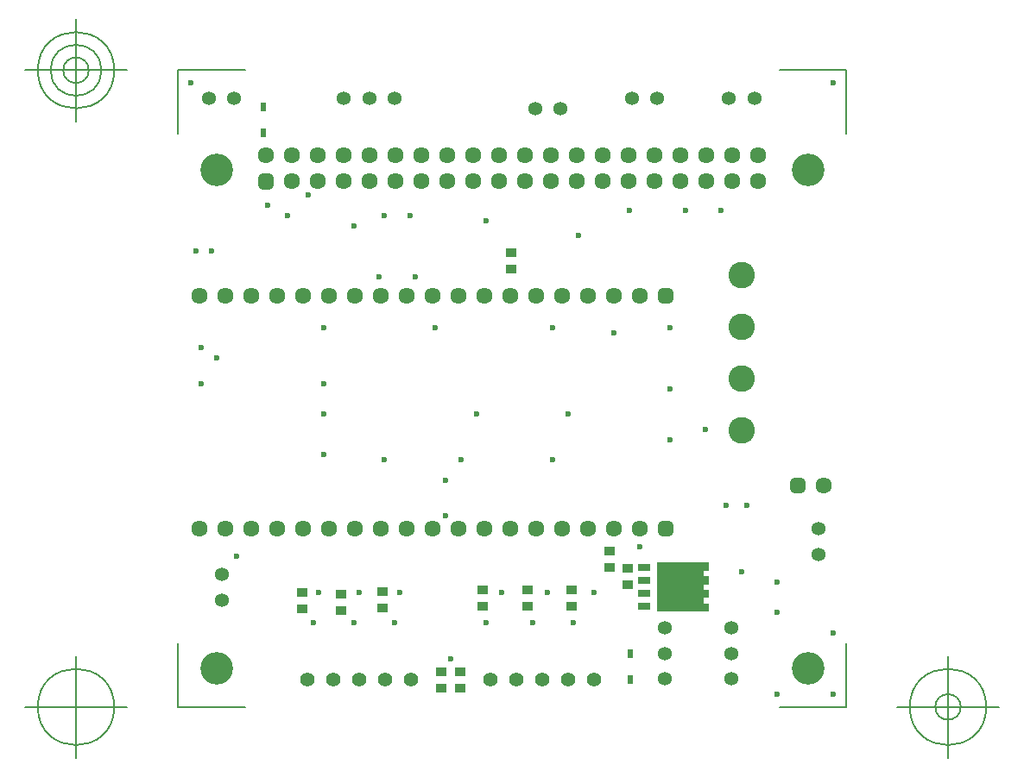
<source format=gbr>
G04 Generated by Ultiboard 14.0 *
%FSLAX34Y34*%
%MOMM*%

%ADD10C,0.0001*%
%ADD11C,0.0010*%
%ADD12C,0.1270*%
%ADD13C,3.2000*%
%ADD14C,1.6088*%
%ADD15R,0.5291X0.5291*%
%ADD16C,0.9949*%
%ADD17C,2.6000*%
%ADD18C,0.6000*%
%ADD19R,0.5000X0.8500*%
%ADD20C,1.3556*%
%ADD21R,1.2000X0.6500*%
%ADD22R,1.0000X0.9500*%
%ADD23C,1.4000*%


G04 ColorRGB 9900CC for the following layer *
%LNSolder Mask Bottom*%
%LPD*%
G54D10*
G54D11*
G36*
X466850Y92070D02*
X466850Y92070D01*
X516850Y92070D01*
X516850Y99070D01*
X511850Y99070D01*
X511850Y105420D01*
X516850Y105420D01*
X516850Y112420D01*
X511850Y112420D01*
X511850Y118720D01*
X516850Y118720D01*
X516850Y125720D01*
X511850Y125720D01*
X511850Y132070D01*
X516850Y132070D01*
X516850Y139070D01*
X466850Y139070D01*
X466850Y92070D01*
D02*
G37*
X516850Y92070D01*
X516850Y99070D01*
X511850Y99070D01*
X511850Y105420D01*
X516850Y105420D01*
X516850Y112420D01*
X511850Y112420D01*
X511850Y118720D01*
X516850Y118720D01*
X516850Y125720D01*
X511850Y125720D01*
X511850Y132070D01*
X516850Y132070D01*
X516850Y139070D01*
X466850Y139070D01*
X466850Y92070D01*
G54D12*
X-2540Y-2540D02*
X-2540Y59968D01*
X-2540Y-2540D02*
X62968Y-2540D01*
X652540Y-2540D02*
X587032Y-2540D01*
X652540Y-2540D02*
X652540Y59968D01*
X652540Y622540D02*
X652540Y560032D01*
X652540Y622540D02*
X587032Y622540D01*
X-2540Y622540D02*
X62968Y622540D01*
X-2540Y622540D02*
X-2540Y560032D01*
X-52540Y-2540D02*
X-152540Y-2540D01*
X-102540Y-52540D02*
X-102540Y47460D01*
X-140040Y-2540D02*
G75*
D01*
G02X-140040Y-2540I37500J0*
G01*
X702540Y-2540D02*
X802540Y-2540D01*
X752540Y-52540D02*
X752540Y47460D01*
X715040Y-2540D02*
G75*
D01*
G02X715040Y-2540I37500J0*
G01*
X740040Y-2540D02*
G75*
D01*
G02X740040Y-2540I12500J0*
G01*
X-52540Y622540D02*
X-152540Y622540D01*
X-102540Y572540D02*
X-102540Y672540D01*
X-140040Y622540D02*
G75*
D01*
G02X-140040Y622540I37500J0*
G01*
X-127540Y622540D02*
G75*
D01*
G02X-127540Y622540I25000J0*
G01*
X-115040Y622540D02*
G75*
D01*
G02X-115040Y622540I12500J0*
G01*
G54D13*
X35000Y35000D03*
X615000Y525000D03*
X35000Y525000D03*
X615000Y35000D03*
G54D14*
X566316Y513316D03*
X566316Y538716D03*
X236116Y513316D03*
X236116Y538716D03*
X83716Y538716D03*
X159916Y513316D03*
X159916Y538716D03*
X109116Y513316D03*
X109116Y538716D03*
X134516Y513316D03*
X134516Y538716D03*
X185316Y513316D03*
X185316Y538716D03*
X210716Y513316D03*
X210716Y538716D03*
X388516Y513316D03*
X388516Y538716D03*
X312316Y513316D03*
X312316Y538716D03*
X286916Y513316D03*
X286916Y538716D03*
X261516Y513316D03*
X261516Y538716D03*
X363116Y513316D03*
X363116Y538716D03*
X337716Y513316D03*
X337716Y538716D03*
X439316Y513316D03*
X439316Y538716D03*
X413916Y513316D03*
X413916Y538716D03*
X464716Y513316D03*
X464716Y538716D03*
X515516Y513316D03*
X515516Y538716D03*
X490116Y513316D03*
X490116Y538716D03*
X540916Y513316D03*
X540916Y538716D03*
X630400Y215000D03*
X171116Y172684D03*
X323516Y172684D03*
X425116Y172684D03*
X450516Y172684D03*
X348916Y172684D03*
X374316Y172684D03*
X399716Y172684D03*
X247316Y172684D03*
X272716Y172684D03*
X298116Y172684D03*
X196516Y172684D03*
X221916Y172684D03*
X18716Y172684D03*
X94916Y172684D03*
X120316Y172684D03*
X145716Y172684D03*
X44116Y172684D03*
X69516Y172684D03*
X171116Y401284D03*
X323516Y401284D03*
X425116Y401284D03*
X450516Y401284D03*
X348916Y401284D03*
X374316Y401284D03*
X399716Y401284D03*
X247316Y401284D03*
X272716Y401284D03*
X298116Y401284D03*
X196516Y401284D03*
X221916Y401284D03*
X18716Y401284D03*
X94916Y401284D03*
X120316Y401284D03*
X145716Y401284D03*
X44116Y401284D03*
X69516Y401284D03*
G54D15*
X83716Y513316D03*
X605000Y215000D03*
X475916Y172684D03*
X475916Y401284D03*
G54D16*
X81071Y510671D02*
X86361Y510671D01*
X86361Y515961D01*
X81071Y515961D01*
X81071Y510671D01*D02*
X602355Y212355D02*
X607645Y212355D01*
X607645Y217645D01*
X602355Y217645D01*
X602355Y212355D01*D02*
X473271Y170039D02*
X478561Y170039D01*
X478561Y175329D01*
X473271Y175329D01*
X473271Y170039D01*D02*
X473271Y398639D02*
X478561Y398639D01*
X478561Y403929D01*
X473271Y403929D01*
X473271Y398639D01*D02*
G54D17*
X550000Y268800D03*
X550000Y319600D03*
X550000Y370400D03*
X550000Y421200D03*
G54D18*
X480000Y370000D03*
X300000Y475000D03*
X535000Y195000D03*
X290000Y285000D03*
X200000Y240000D03*
X275000Y240000D03*
X140000Y245000D03*
X140000Y315000D03*
X140000Y285000D03*
X380000Y285000D03*
X480000Y260000D03*
X480000Y310000D03*
X550000Y130000D03*
X55000Y145000D03*
X585000Y120000D03*
X555000Y195000D03*
X20000Y350000D03*
X15000Y445000D03*
X30000Y445000D03*
X515000Y270000D03*
X584500Y90200D03*
X640000Y70000D03*
X585000Y10000D03*
X640000Y10000D03*
X640000Y610000D03*
X10000Y610000D03*
X20000Y315000D03*
X140000Y370000D03*
X250000Y370000D03*
X365000Y370000D03*
X365000Y240000D03*
X425000Y365000D03*
X85000Y490000D03*
X105000Y480000D03*
X125000Y500000D03*
X200000Y480000D03*
X225000Y480000D03*
X230000Y420000D03*
X195000Y420000D03*
X170000Y470000D03*
X35000Y340000D03*
X390000Y460000D03*
X450000Y155000D03*
X530000Y485000D03*
X495000Y485000D03*
X440000Y485000D03*
X265000Y45000D03*
X170000Y80000D03*
X135000Y110000D03*
X175000Y110000D03*
X215000Y110000D03*
X130000Y80000D03*
X210000Y80000D03*
X300000Y80000D03*
X345000Y80000D03*
X315000Y110000D03*
X385000Y80000D03*
X360000Y110000D03*
X405000Y110000D03*
X260000Y220000D03*
X260000Y185000D03*
G54D19*
X440690Y24330D03*
X440690Y49330D03*
X81280Y586540D03*
X81280Y561540D03*
G54D20*
X540250Y75000D03*
X540250Y50000D03*
X540250Y25000D03*
X625250Y172500D03*
X625250Y147500D03*
X27500Y595250D03*
X52500Y595250D03*
X442500Y595250D03*
X467500Y595250D03*
X537500Y595250D03*
X562500Y595250D03*
X372500Y584750D03*
X347500Y584750D03*
X475250Y75000D03*
X475250Y50000D03*
X475250Y25000D03*
X160000Y595250D03*
X185000Y595250D03*
X210000Y595250D03*
X40250Y127500D03*
X40250Y102500D03*
G54D21*
X454350Y96520D03*
X454350Y109220D03*
X454350Y121920D03*
X454350Y134620D03*
G54D22*
X119380Y109600D03*
X119380Y93600D03*
X157480Y92330D03*
X157480Y108330D03*
X198120Y94870D03*
X198120Y110870D03*
X438150Y133730D03*
X438150Y117730D03*
X420370Y134240D03*
X420370Y150240D03*
X295910Y112140D03*
X295910Y96140D03*
X383540Y96140D03*
X383540Y112140D03*
X340360Y112140D03*
X340360Y96140D03*
X323850Y443610D03*
X323850Y427610D03*
X274320Y32130D03*
X274320Y16130D03*
X255270Y32130D03*
X255270Y16130D03*
G54D23*
X225800Y24750D03*
X200400Y24750D03*
X175000Y24750D03*
X149600Y24750D03*
X124200Y24750D03*
X405800Y24750D03*
X380400Y24750D03*
X355000Y24750D03*
X329600Y24750D03*
X304200Y24750D03*

M02*

</source>
